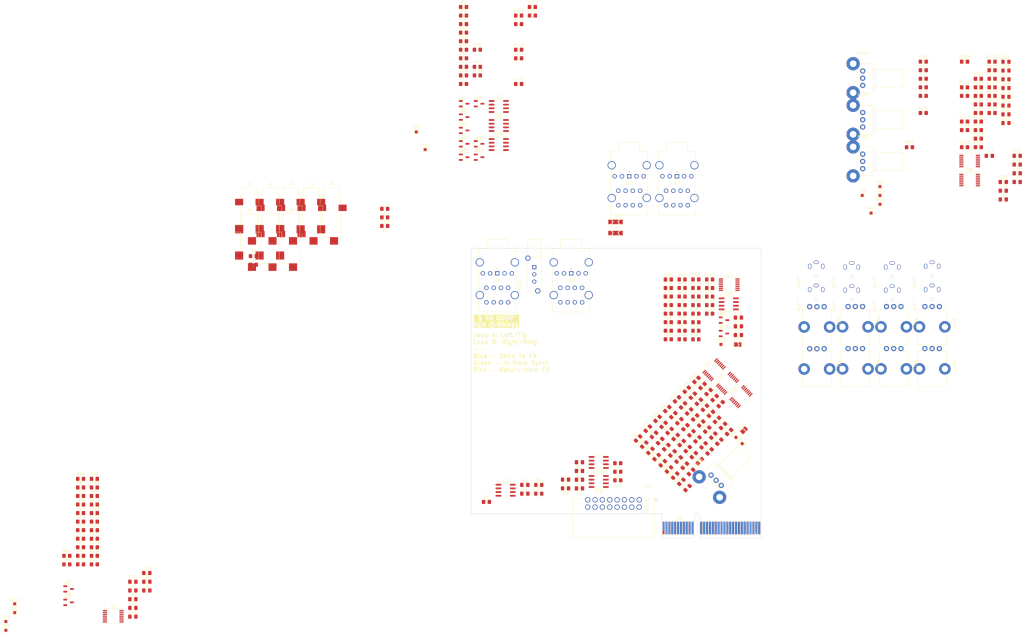
<source format=kicad_pcb>
(kicad_pcb (version 20240108) (generator "pcbnew") (generator_version "8.0")
  (layers (0 "F.Cu" signal) (31 "B.Cu" signal) (34 "B.Paste" user) (35 "F.Paste" user) (36 "B.SilkS" user "B.Silkscreen") (37 "F.SilkS" user "F.Silkscreen") (38 "B.Mask" user) (39 "F.Mask" user) (44 "Edge.Cuts" user))
  (net 0 "")
  (net 1 "/+12v")
  (net 2 "/-12v")
  (net 3 "GND")
  (net 4 "+5V")
  (net 5 "+12V")
  (net 6 "-12V")
  (net 7 "Net-(D4-K)")
  (net 8 "Net-(D4-A)")
  (net 9 "Net-(D5-K)")
  (net 10 "Net-(D6-K)")
  (net 11 "Net-(D7-A)")
  (net 12 "/CON_CV")
  (net 13 "/CON_GATE")
  (net 14 "/+5")
  (net 42 "Net-(J20-PRSNT_A)")
  (net 46 "Net-(Q1-C)")
  (net 47 "Net-(Q1-B)")
  (net 48 "Net-(Q1-E)")
  (net 49 "Net-(Q2-E)")
  (net 50 "Net-(Q3-B)")
  (net 51 "Net-(Q3-C)")
  (net 52 "Net-(Q3-E)")
  (net 53 "Net-(Q4-E)")
  (net 54 "Net-(Q5-E)")
  (net 55 "Net-(Q5-B)")
  (net 56 "Net-(Q5-C)")
  (net 57 "Net-(Q6-E)")
  (net 58 "Net-(Q7-E)")
  (net 59 "Net-(C10-Pad2)")
  (net 60 "/Output Stage/+12v")
  (net 61 "Net-(Q8-E)")
  (net 62 "/Output Stage/-12v")
  (net 63 "Net-(C13-Pad1)")
  (net 64 "Net-(C13-Pad2)")
  (net 65 "Net-(D13-A)")
  (net 66 "/FOLD_2_OUT")
  (net 67 "Net-(R3-Pad1)")
  (net 68 "Net-(R8-Pad1)")
  (net 69 "Net-(D3-K)")
  (net 70 "Net-(D8-K)")
  (net 71 "Net-(D10-A)")
  (net 72 "Net-(D10-K)")
  (net 73 "Net-(D11-K)")
  (net 74 "Net-(U8D-+)")
  (net 75 "Net-(C19-Pad1)")
  (net 76 "Net-(U9A-+)")
  (net 77 "Net-(U9B-+)")
  (net 78 "Net-(J4-PadT)")
  (net 79 "Net-(C22-Pad2)")
  (net 80 "Net-(U4A--)")
  (net 81 "Net-(R30-Pad2)")
  (net 82 "Net-(C22-Pad1)")
  (net 83 "Net-(C23-Pad2)")
  (net 84 "Net-(C24-Pad2)")
  (net 85 "Net-(R40-Pad2)")
  (net 86 "Net-(U4B--)")
  (net 87 "Net-(C25-Pad1)")
  (net 88 "Net-(U4B-+)")
  (net 89 "Net-(U9D-+)")
  (net 90 "Net-(C26-Pad1)")
  (net 92 "Net-(R69-Pad1)")
  (net 93 "Net-(C27-Pad1)")
  (net 94 "/Oscillators/INV_OSC1")
  (net 95 "Net-(U5A--)")
  (net 96 "Net-(C30-Pad2)")
  (net 97 "Net-(U5B--)")
  (net 98 "/Oscillators/INV_OSC2")
  (net 99 "Net-(C32-Pad2)")
  (net 100 "/Oscillators/INV_OSC3")
  (net 101 "Net-(U5C--)")
  (net 102 "Net-(C34-Pad2)")
  (net 103 "/Oscillators/INV_OSC4")
  (net 104 "Net-(U5D--)")
  (net 105 "Net-(U14D-+)")
  (net 106 "Net-(D2-A)")
  (net 107 "Net-(D2-K)")
  (net 108 "Net-(D12-K)")
  (net 109 "Net-(D13-K)")
  (net 110 "/Oscillators/SYNC_IN")
  (net 111 "Net-(D15-K)")
  (net 112 "Net-(D16-A)")
  (net 113 "Net-(D16-K)")
  (net 114 "Net-(D17-K)")
  (net 115 "Net-(D18-K)")
  (net 116 "Net-(D18-A)")
  (net 117 "Net-(D19-K)")
  (net 118 "Net-(D20-K)")
  (net 119 "Net-(D20-A)")
  (net 120 "Net-(D21-K)")
  (net 121 "Net-(D22-A)")
  (net 122 "Net-(D22-K)")
  (net 123 "TO OUTPUT STAGE")
  (net 124 "/Filter Stage/FX_SEND")
  (net 127 "Net-(Q9-E)")
  (net 128 "Net-(Q10-C)")
  (net 129 "Net-(Q10-B)")
  (net 130 "Net-(Q10-E)")
  (net 131 "Net-(Q11-C)")
  (net 132 "Net-(Q11-B)")
  (net 133 "Net-(Q11-E)")
  (net 134 "Net-(Q12-B)")
  (net 135 "Net-(Q12-C)")
  (net 136 "/Oscillators/FOLD_1_CTRL_1")
  (net 137 "/Oscillators/FOLD_1_IN")
  (net 138 "Net-(U6B--)")
  (net 139 "Net-(U10B--)")
  (net 140 "Net-(R16-Pad2)")
  (net 141 "TO FILTER STAGE")
  (net 142 "/Output Stage/VCA_1_CV")
  (net 143 "/Oscillators/INV_TRI1")
  (net 144 "Net-(R35-Pad1)")
  (net 145 "Net-(U5A-+)")
  (net 146 "Net-(R49-Pad2)")
  (net 147 "Net-(R50-Pad1)")
  (net 148 "Net-(U7B--)")
  (net 149 "Net-(R51-Pad1)")
  (net 150 "Net-(R52-Pad1)")
  (net 151 "Net-(U7A-+)")
  (net 152 "Net-(R63-Pad2)")
  (net 153 "Net-(R67-Pad2)")
  (net 154 "/Output Stage/VCA_1_OUT")
  (net 155 "Net-(U7D-+)")
  (net 156 "Net-(U7A--)")
  (net 157 "Net-(U7D--)")
  (net 158 "Net-(U7C--)")
  (net 159 "Net-(R77-Pad1)")
  (net 160 "Net-(R79-Pad2)")
  (net 161 "Net-(U8B--)")
  (net 162 "Net-(U8C--)")
  (net 163 "Net-(U8D--)")
  (net 164 "Net-(U9A--)")
  (net 165 "Net-(U9B--)")
  (net 166 "Net-(R91-Pad2)")
  (net 167 "/Oscillators/WHT_1")
  (net 168 "/Oscillators/WHT_2")
  (net 169 "Net-(U9C-+)")
  (net 170 "Net-(U9C--)")
  (net 171 "Net-(U9D--)")
  (net 172 "Net-(R104-Pad2)")
  (net 173 "Net-(R105-Pad2)")
  (net 174 "/Oscillators/BLUE")
  (net 175 "/Oscillators/PINK")
  (net 176 "Net-(U6A--)")
  (net 177 "/Oscillators/INV_TRI2")
  (net 178 "Net-(U5B-+)")
  (net 179 "Net-(U10A--)")
  (net 180 "Net-(R119-Pad2)")
  (net 181 "/Oscillators/INV_TRI3")
  (net 182 "Net-(U5C-+)")
  (net 183 "/Oscillators/INV_TRI4")
  (net 184 "Net-(U5D-+)")
  (net 185 "Net-(U14C-+)")
  (net 186 "Net-(U14C--)")
  (net 187 "Net-(U14D--)")
  (net 188 "Net-(R142-Pad2)")
  (net 189 "/Output Stage/FX_RETURN_WET")
  (net 190 "Net-(R150-Pad2)")
  (net 191 "/Filter Stage/FX_RETURN_WET")
  (net 192 "Net-(U8A-+)")
  (net 200 "/TRI_1")
  (net 201 "/FOLD_1_IN")
  (net 202 "/TRI_2")
  (net 203 "/FOLD_2_IN")
  (net 205 "/FOLD_1_OUT")
  (net 209 "/SAW1")
  (net 211 "/PWM1")
  (net 212 "/SAW_1")
  (net 213 "/S2T_IN_1")
  (net 214 "/Output Stage/FX_RETURN_B")
  (net 215 "/Filter Stage/FX_RETURN_A")
  (net 216 "Net-(U14B-+)")
  (net 218 "/Filter Stage/OFFBOARD_FX_B")
  (net 220 "/Filter Stage/OFFBOARD_FX_A")
  (net 222 "/Filter Stage/FX_SEND_A")
  (net 225 "/Filter Stage/FX_SEND_B")
  (net 227 "/Filter Stage/FX_RETURN_B")
  (net 228 "Net-(J13-R_B)")
  (net 235 "/Output Stage/OFFBOARD_FX_B")
  (net 236 "/Output Stage/FX_SEND")
  (net 237 "/Output Stage/FX_SEND_B")
  (net 238 "Net-(U14A-+)")
  (net 239 "Net-(U14A--)")
  (net 240 "Net-(U14B--)")
  (net 241 "/Oscillators/DEFAULT_TRI_A")
  (net 246 "/Oscillators/FOLD_2_IN")
  (net 249 "/Oscillators/DEFAULT_TRI_B")
  (net 250 "/Oscillators/FOLD_2_OUT")
  (footprint "Resistor_SMD:R_0805_2012Metric_Pad1.20x1.40mm_HandSolder" (layer "F.Cu") (at 182.105 79.2)
    (property "Reference" "R139")
    (property "Value" "1M")
  )
  (footprint "Resistor_SMD:R_0805_2012Metric_Pad1.20x1.40mm_HandSolder" (layer "F.Cu") (at -30.145 148)
    (property "Reference" "R90")
    (property "Value" "100k")
  )
  (footprint "Package_TO_SOT_SMD:SOT-23-3" (layer "F.Cu") (at 102.1625 6.775)
    (property "Reference" "Q1")
    (property "Value" "BC558")
  )
  (footprint "Resistor_SMD:R_0805_2012Metric_Pad1.20x1.40mm_HandSolder" (layer "F.Cu") (at 106.7125 -5.94)
    (property "Reference" "R47")
    (property "Value" "20k")
  )
  (footprint "Capacitor_SMD:C_0805_2012Metric_Pad1.18x1.45mm_HandSolder" (layer "F.Cu") (at 169.779772 123.144763 45)
    (property "Reference" "C15")
    (property "Value" "1nF")
  )
  (footprint "Capacitor_SMD:C_0805_2012Metric_Pad1.18x1.45mm_HandSolder" (layer "F.Cu") (at 283.335 24.755)
    (property "Reference" "C10")
    (property "Value" "10uf")
  )
  (footprint "Resistor_SMD:R_0805_2012Metric_Pad1.20x1.40mm_HandSolder" (layer "F.Cu") (at 182.105 85.1)
    (property "Reference" "R141")
    (property "Value" "150k")
  )
  (footprint "Resistor_SMD:R_0805_2012Metric_Pad1.20x1.40mm_HandSolder" (layer "F.Cu") (at -25.395 136.2)
    (property "Reference" "R97")
    (property "Value" "470k")
  )
  (footprint "Resistor_SMD:R_0805_2012Metric_Pad1.20x1.40mm_HandSolder" (layer "F.Cu") (at 186.855 79.2)
    (property "Reference" "RV23")
    (property "Value" "100k")
  )
  (footprint "Resistor_SMD:R_0805_2012Metric_Pad1.20x1.40mm_HandSolder" (layer "F.Cu") (at 120.9625 -0.04)
    (property "Reference" "R117")
    (property "Value" "10k")
  )
  (footprint "Resistor_SMD:R_0805_2012Metric_Pad1.20x1.40mm_HandSolder" (layer "F.Cu") (at 182.105 73.3)
    (property "Reference" "R137")
    (property "Value" "1k")
  )
  (footprint "Resistor_SMD:R_0805_2012Metric_Pad1.20x1.40mm_HandSolder" (layer "F.Cu") (at 193.559773 120.01228 45)
    (property "Reference" "RV13")
    (property "Value" "100k")
  )
  (footprint "Resistor_SMD:R_0805_2012Metric_Pad1.20x1.40mm_HandSolder" (layer "F.Cu") (at 74.7675 45.995001 180)
    (property "Reference" "RV1")
    (property "Value" "10k")
  )
  (footprint "Resistor_SMD:R_0805_2012Metric_Pad1.20x1.40mm_HandSolder" (layer "F.Cu") (at 279.555 12.925)
    (property "Reference" "R126")
    (property "Value" "10k")
  )
  (footprint "Resistor_SMD:R_0805_2012Metric_Pad1.20x1.40mm_HandSolder" (layer "F.Cu") (at 178.498398 118.385934 45)
    (property "Reference" "R72")
    (property "Value" "33k")
  )
  (footprint "Resistor_SMD:R_0805_2012Metric_Pad1.20x1.40mm_HandSolder" (layer "F.Cu") (at 182.105 70.35)
    (property "Reference" "R136")
    (property "Value" "20k")
  )
  (footprint "Package_SO:SOIC-8_3.9x4.9mm_P1.27mm" (layer "F.Cu") (at 148.58 137.105 180)
    (property "Reference" "U12")
    (property "Value" "TL072")
  )
  (footprint "AT-Footprints:STX-4335-5BGP-S1_KYC" (layer "F.Cu") (at 139.105 65.3)
    (property "Reference" "J13")
    (property "Value" "NOISE")
  )
  (footprint "Resistor_SMD:R_0805_2012Metric_Pad1.20x1.40mm_HandSolder" (layer "F.Cu") (at -30.145 156.85)
    (property "Reference" "R93")
    (property "Value" "1k")
  )
  (footprint "Resistor_SMD:R_0805_2012Metric_Pad1.20x1.40mm_HandSolder" (layer "F.Cu") (at 279.555 21.775)
    (property "Reference" "R129")
    (property "Value" "1k")
  )
  (footprint "TestPoint:TestPoint_Pad_1.0x1.0mm" (layer "F.Cu") (at -52.895 179.3)
    (property "Reference" "TP10")
    (property "Value" "BLUE")
  )
  (footprint "Resistor_SMD:R_0805_2012Metric_Pad1.20x1.40mm_HandSolder" (layer "F.Cu") (at 74.7675 43.045001 180)
    (property "Reference" "RV2")
    (property "Value" "10k")
  )
  (footprint "Resistor_SMD:R_0805_2012Metric_Pad1.20x1.40mm_HandSolder" (layer "F.Cu") (at 190.201016 123.371037 45)
    (property "Reference" "R144")
    (property "Value" "20k")
  )
  (footprint "Resistor_SMD:R_0805_2012Metric_Pad1.20x1.40mm_HandSolder" (layer "F.Cu") (at 182.316775 102.051768 45)
    (property "Reference" "RV14")
    (property "Value" "100k")
  )
  (footprint "Package_SO:SOIC-8_3.9x4.9mm_P1.27mm" (layer "F.Cu") (at 114.1125 20.87)
    (property "Reference" "U10")
    (property "Value" "TL072")
  )
  (footprint "TestPoint:TestPoint_Pad_1.0x1.0mm" (layer "F.Cu") (at 195.92858 121.886113 45)
    (property "Reference" "TP6")
    (property "Value" "VCF IN")
  )
  (footprint "TestPoint:TestPoint_Pad_1.0x1.0mm" (layer "F.Cu") (at 190.755 89.81)
    (property "Reference" "TP17")
    (property "Value" "VCA IN")
  )
  (footprint "Resistor_SMD:R_0805_2012Metric_Pad1.20x1.40mm_HandSolder" (layer "F.Cu") (at -25.395 145.05)
    (property "Reference" "R100")
    (property "Value" "20k")
  )
  (footprint "AT-Footprints:STX-4335-5BGP-S1_KYC" (layer "F.Cu") (at 175.5725 31.800032)
    (property "Reference" "J11")
    (property "Value" "WAVE B")
  )
  (footprint "Resistor_SMD:R_0805_2012Metric_Pad1.20x1.40mm_HandSolder" (layer "F.Cu") (at 106.7125 -2.99)
    (property "Reference" "R48")
    (property "Value" "20k")
  )
  (footprint "Resistor_SMD:R_0805_2012Metric_Pad1.20x1.40mm_HandSolder" (layer "F.Cu") (at 186.855 67.4)
    (property "Reference" "R143")
    (property "Value" "1k")
  )
  (footprint "Diode_SMD:D_0805_2012Metric_Pad1.15x1.40mm_HandSolder" (layer "F.Cu") (at 177.098327 137.216188 45)
    (property "Reference" "D13")
    (property "Value" "1N4148W")
  )
  (footprint "Resistor_SMD:R_0805_2012Metric_Pad1.20x1.40mm_HandSolder" (layer "F.Cu") (at 186.029086 119.199107 45)
    (property "Reference" "R82")
    (property "Value" "100k")
  )
  (footprint "Package_SO:SOIC-8_3.9x4.9mm_P1.27mm" (layer "F.Cu") (at 193.455 75.83)
    (property "Reference" "U3")
    (property "Value" "TL072")
  )
  (footprint "Resistor_SMD:R_0805_2012Metric_Pad1.20x1.40mm_HandSolder" (layer "F.Cu") (at 184.40274 104.137733 45)
    (property "Reference" "RV15")
    (property "Value" "100k")
  )
  (footprint "Resistor_SMD:R_0805_2012Metric_Pad1.20x1.40mm_HandSolder" (layer "F.Cu") (at -25.395 156.85)
    (property "Reference" "R104")
    (property "Value" "33k")
  )
  (footprint "TestPoint:TestPoint_Pad_1.0x1.0mm" (layer "F.Cu") (at 242.555 44.525)
    (property "Reference" "TP13")
    (property "Value" "SYNC2")
  )
  (footprint "Capacitor_SMD:C_0805_2012Metric_Pad1.18x1.45mm_HandSolder" (layer "F.Cu") (at -7.305 174.7)
    (property "Reference" "C27")
    (property "Value" "5.6nF")
  )
  (footprint "Resistor_SMD:R_0805_2012Metric_Pad1.20x1.40mm_HandSolder" (layer "F.Cu") (at -34.895 165.7)
    (property "Reference" "R85")
    (property "Value" "100k")
  )
  (footprint "Resistor_SMD:R_0805_2012Metric_Pad1.20x1.40mm_HandSolder" (layer "F.Cu") (at 181.397536 128.002587 45)
    (property "Reference" "R55")
    (property "Value" "14k")
  )
  (footprint "Resistor_SMD:R_0805_2012Metric_Pad1.20x1.40mm_HandSolder" (layer "F.Cu") (at -30.145 165.7)
    (property "Reference" "R96")
    (property "Value" "1M")
  )
  (footprint "Jumper:SolderJumper-2_P1.3mm_Open_TrianglePad1.0x1.5mm" (layer "F.Cu") (at 196.555 89.86)
    (property "Reference" "JP1")
    (property "Value" "NOFX")
  )
  (footprint "Resistor_SMD:R_0805_2012Metric_Pad1.20x1.40mm_HandSolder" (layer "F.Cu") (at 172.605 82.15)
    (property "Reference" "R58")
    (property "Value" "100R")
  )
  (footprint "LED_SMD:LED_0805_2012Metric_Pad1.15x1.40mm_HandSolder" (layer "F.Cu") (at 289.09 7.41)
    (property "Reference" "D20")
    (property "Value" "OSC")
  )
  (footprint "Resistor_SMD:R_0805_2012Metric_Pad1.20x1.40mm_HandSolder" (layer "F.Cu") (at 189.387843 115.84035 45)
    (property "Reference" "R150")
    (property "Value" "10k")
  )
  (footprint "Jumper:SolderJumper-3_P2.0mm_Open_TrianglePad1.0x1.5mm" (layer "F.Cu") (at 154.3914 51.400598)
    (property "Reference" "JP4")
    (property "Value" "Default Triangle B")
  )
  (footprint "Resistor_SMD:R_0805_2012Metric_Pad1.20x1.40mm_HandSolder" (layer "F.Cu") (at -25.395 159.8)
    (property "Reference" "R105")
    (property "Value" "100k")
  )
  (footprint "Resistor_SMD:R_0805_2012Metric_Pad1.20x1.40mm_HandSolder" (layer "F.Cu") (at 274.805 1.125)
    (property "Reference" "R111")
    (property "Value" "1k")
  )
  (footprint "Resistor_SMD:R_0805_2012Metric_Pad1.20x1.40mm_HandSolder" (layer "F.Cu") (at 274.805 -7.725)
    (property "Reference" "R108")
    (property "Value" "1k")
  )
  (footprint "Resistor_SMD:R_0805_2012Metric_Pad1.20x1.40mm_HandSolder" (layer "F.Cu") (at 109.8675 144.149999)
    (property "Reference" "R4")
    (property "Value" "150")
  )
  (footprint "Capacitor_SMD:C_0805_2012Metric_Pad1.18x1.45mm_HandSolder" (layer "F.Cu") (at 123.0975 138.279999)
    (property "Reference" "C1")
    (property "Value" "100nF")
  )
  (footprint "Diode_SMD:D_0805_2012Metric_Pad1.15x1.40mm_HandSolder" (layer "F.Cu") (at 170.691939 130.809801 45)
    (property "Reference" "D10")
    (property "Value" "1N4148W")
  )
  (footprint "Jumper:SolderJumper-2_P1.3mm_Open_TrianglePad1.0x1.5mm" (layer "F.Cu") (at 198.721652 119.446595 45)
    (property "Reference" "JP2")
    (property "Value" "NOFX")
  )
  (footprint "Resistor_SMD:R_0805_2012Metric_Pad1.20x1.40mm_HandSolder" (layer "F.Cu") (at 279.555 -1.825)
    (property "Reference" "R121")
    (property "Value" "1M")
  )
  (footprint "Resistor_SMD:R_0805_2012Metric_Pad1.20x1.40mm_HandSolder" (layer "F.Cu") (at 190.660635 110.395628 45)
    (property "Reference" "RV24")
    (property "Value" "100k")
  )
  (footprint "Connector_Audio:Jack_3.5mm_CUI_SJ-3524-SMT_Horizontal" (layer "F.Cu") (at 42.38 44.299999)
    (property "Reference" "J3")
    (property "Value" "Laundry")
  )
  (footprint "Potentiometer_THT:Potentiometer_Bourns_PTV09A-1_Single_Vertical" (layer "F.Cu") (at 221.3625 76.8 -90)
    (property "Reference" "REF**")
    (property "Value" "Potentiometer_Bourns_PTV09A-1_Single_Vertical")
  )
  (footprint "Resistor_SMD:R_0805_2012Metric_Pad1.20x1.40mm_HandSolder" (layer "F.Cu") (at 177.355 85.1)
    (property "Reference" "R67")
    (property "Value" "100k")
  )
  (footprint "Resistor_SMD:R_0805_2012Metric_Pad1.20x1.40mm_HandSolder" (layer "F.Cu") (at 125.7125 -26.59)
    (property "Reference" "R119")
    (property "Value" "200k")
  )
  (footprint "Capacitor_SMD:C_0805_2012Metric_Pad1.18x1.45mm_HandSolder" (layer "F.Cu") (at 141.95 130.465 180)
    (property "Reference" "C6")
    (property "Value" "100nF")
  )
  (footprint "Resistor_SMD:R_0805_2012Metric_Pad1.20x1.40mm_HandSolder" (layer "F.Cu") (at 172.605 67.4)
    (property "Reference" "R30")
    (property "Value" "20k")
  )
  (footprint "Resistor_SMD:R_0805_2012Metric_Pad1.20x1.40mm_HandSolder" (layer "F.Cu") (at 172.605 79.2)
    (property "Reference" "R40")
    (property "Value" "82k")
  )
  (footprint "Resistor_SMD:R_0805_2012Metric_Pad1.20x1.40mm_HandSolder" (layer "F.Cu") (at 260.555 -7.725)
    (property "Reference" "R34")
    (property "Value" "1k")
  )
  (footprint "Resistor_SMD:R_0805_2012Metric_Pad1.20x1.40mm_HandSolder" (layer "F.Cu") (at 177.355 76.25)
    (property "Reference" "R64")
    (property "Value" "10k")
  )
  (footprint "Diode_SMD:D_0805_2012Metric_Pad1.15x1.40mm_HandSolder" (layer "F.Cu") (at 172.827402 132.945263 45)
    (property "Reference" "D11")
    (property "Value" "1N4148W")
  )
  (footprint "Capacitor_SMD:C_0805_2012Metric_Pad1.18x1.45mm_HandSolder" (layer "F.Cu") (at 196.785 86.58)
    (property "Reference" "C36")
    (property "Value" "10uF")
  )
  (footprint "Package_TO_SOT_SMD:SOT-23-3" (layer "F.Cu") (at -34.295 178.795)
    (property "Reference" "Q8")
    (property "Value" "BC548")
  )
  (footprint "Resistor_SMD:R_0805_2012Metric_Pad1.20x1.40mm_HandSolder" (layer "F.Cu") (at 177.355 70.35)
    (property "Reference" "R62")
    (property "Value" "100R")
  )
  (footprint "Resistor_SMD:R_0805_2012Metric_Pad1.20x1.40mm_HandSolder" (layer "F.Cu") (at 177.685225 110.855247 45)
    (property "Reference" "R78")
    (property "Value" "100k")
  )
  (footprint "Diode_SMD:D_0805_2012Metric_Pad1.15x1.40mm_HandSolder" (layer "F.Cu") (at 164.285552 124.403413 45)
    (property "Reference" "D3")
    (property "Value" "1N4148W")
  )
  (footprint "Resistor_SMD:R_0805_2012Metric_Pad1.20x1.40mm_HandSolder" (layer "F.Cu") (at 101.9625 -26.59)
    (property "Reference" "R2")
    (property "Value" "51k")
  )
  (footprint "Resistor_SMD:R_0805_2012Metric_Pad1.20x1.40mm_HandSolder" (layer "F.Cu") (at 260.555 -1.825)
    (property "Reference" "R41")
    (property "Value" "100k")
  )
  (footprint "Capacitor_SMD:C_0805_2012Metric_Pad1.18x1.45mm_HandSolder" (layer "F.Cu") (at 292.955 33.785)
    (property "Reference" "C35")
    (property "Value" "100nf")
  )
  (footprint "Resistor_SMD:R_0805_2012Metric_Pad1.20x1.40mm_HandSolder" (layer "F.Cu") (at 185.215913 111.66842 45)
    (property "Reference" "R148")
    (property "Value" "470R")
  )
  (footprint "Potentiometer_THT:Potentiometer_Bourns_PTV09A-1_Single_Vertical" (layer "F.Cu") (at 234.6125 91.25 -90)
    (property "Reference" "REF**")
    (property "Value" "Potentiometer_Bourns_PTV09A-1_Single_Vertical")
  )
  (footprint "Resistor_SMD:R_0805_2012Metric_Pad1.20x1.40mm_HandSolder" (layer "F.Cu") (at 29.455 62.299999)
    (property "Reference" "R3")
    (property "Value" "1k")
  )
  (footprint "Capacitor_SMD:C_0805_2012Metric_Pad1.18x1.45mm_HandSolder" (layer "F.Cu") (at -7.305 168.68)
    (property "Reference" "C25")
    (property "Value" "680pF")
  )
  (footprint "Resistor_SMD:R_0805_2012Metric_Pad1.20x1.40mm_HandSolder" (layer "F.Cu") (at 182.105 88.05)
    (property "Reference" "R142")
    (property "Value" "10k")
  )
  (footprint "TestPoint:TestPoint_Pad_1.0x1.0mm" (layer "F.Cu") (at -52.895 182.35)
    (property "Reference" "TP11")
    (property "Value" "PINK")
  )
  (footprint "Resistor_SMD:R_0805_2012Metric_Pad1.20x1.40mm_HandSolder" (layer "F.Cu") (at -25.395 142.1)
    (property "Reference" "R99")
    (property "Value" "47k")
  )
  (footprint "Resistor_SMD:R_0805_2012Metric_Pad1.20x1.40mm_HandSolder" (layer "F.Cu") (at 170.967711 117.572762 45)
    (property "Reference" "R50")
    (property "Value" "100k")
  )
  (footprint "Resistor_SMD:R_0805_2012Metric_Pad1.20x1.40mm_HandSolder" (layer "F.Cu") (at 173.053676 119.658727 45)
    (property "Reference" "R51")
    (property "Value" "68k")
  )
  (footprint "AT-Footprints:SJ3" (layer "F.Cu") (at 263.6125 74.1875 90)
    (property "Reference" "REF**")
    (property "Value" "SJ3")
    (fp_circle (center 0 0) (end 0.6 0) (stroke (width 0.1)) (fill none) (layer "Edge.Cuts"))
  )
  (footprint "TestPoint:TestPoint_Pad_1.0x1.0mm" (layer "F.Cu") (at 245.605 35.375)
    (property "Reference" "TP14")
    (property "Value" "SYNC3")
  )
  (footprint "TestPoint:TestPoint_Pad_1.0x1.0mm" (layer "F.Cu") (at 198.085256 124.042789 45)
    (property "Reference" "TP7")
    (property "Value" "FILTER")
  )
  (footprint "Resistor_SMD:R_0805_2012Metric_Pad1.20x1.40mm_HandSolder" (layer "F.Cu") (at 284.305 1.125)
    (property "Reference" "R133")
    (property "Value" "10k")
  )
  (footprint "Resistor_SMD:R_0805_2012Metric_Pad1.20x1.40mm_HandSolder" (layer "F.Cu") (at 260.555 -4.775)
    (property "Reference" "R37")
    (property "Value" "1k")
  )
  (footprint "Potentiometer_THT:Potentiometer_Bourns_PTV09A-1_Single_Vertical" (layer "F.Cu") (at 221.3625 91.3 -90)
    (property "Reference" "REF**")
    (property "Value" "Potentiometer_Bourns_PTV09A-1_Single_Vertical")
  )
  (footprint "Resistor_SMD:R_0805_2012Metric_Pad1.20x1.40mm_HandSolder" (layer "F.Cu") (at 274.805 4.075)
    (property "Reference" "R112")
    (property "Value" "1k")
  )
  (footprint "Resistor_SMD:R_0805_2012Metric_Pad1.20x1.40mm_HandSolder" (layer "F.Cu") (at 101.9625 -17.74)
    (property "Reference" "R11")
    (property "Value" "10k")
  )
  (footprint "Resistor_SMD:R_0805_2012Metric_Pad1.20x1.40mm_HandSolder" (layer "F.Cu") (at 172.240503 112.128039 45)
    (property "Reference" "R57")
    (property "Value" "27k")
  )
  (footprint "Connector_Audio:Jack_3.5mm_CUI_SJ-3524-SMT_Horizontal" (layer "F.Cu") (at 42.380001 53.349999)
    (property "Reference" "J8")
    (property "Value" "Triange Gen")
  )
  (footprint "Capacitor_SMD:C_0805_2012Metric_Pad1.18x1.45mm_HandSolder" (layer "F.Cu") (at 123.0975 141.289999)
    (property "Reference" "C2")
    (property "Value" "100nF")
  )
  (footprint "TestPoint:TestPoint_Pad_1.0x1.0mm" (layer "F.Cu") (at -55.945 185.4)
    (property "Reference" "TP8")
    (property "Value" "WHT1")
  )
  (footprint "Resistor_SMD:R_0805_2012Metric_Pad1.20x1.40mm_HandSolder" (layer "F.Cu") (at 180.584363 120.471899 45)
    (property "Reference" "R73")
    (property "Value" "33k")
  )
  (footprint "Package_SO:SOIC-8_3.9x4.9mm_P1.27mm" (layer "F.Cu") (at 114.1125 7.73)
    (property "Reference" "U2")
    (property "Value" "TL072")
  )
  (footprint "Package_SO:TSSOP-14_4.4x5mm_P0.65mm" (layer "F.Cu") (at 276.555 33.105)
    (property "Reference" "U5")
    (property "Value" "TL074")
  )
  (footprint "Resistor_SMD:R_0805_2012Metric_Pad1.20x1.40mm_HandSolder" (layer "F.Cu") (at 284.305 -1.825)
    (property "Reference" "R132")
    (property "Value" "100k")
  )
  (footprint "Connector_Audio:Jack_3.5mm_CUI_SJ-3524-SMT_Horizontal" (layer "F.Cu") (at 28.23 44.299999)
    (property "Reference" "J1")
    (property "Value" "Folder")
  )
  (footprint "Resistor_SMD:R_0805_2012Metric_Pad1.20x1.40mm_HandSolder" (layer "F.Cu") (at 191.473808 117.926315 45)
    (property "Reference" "R151")
    (property "Value" "1k")
  )
  (footprint "Resistor_SMD:R_0805_2012Metric_Pad1.20x1.40mm_HandSolder" (layer "F.Cu") (at 175.59926 108.769282 45)
    (property "Reference" "R77")
    (property "Value" "2k")
  )
  (footprint "Resistor_SMD:R_0805_2012Metric_Pad1.20x1.40mm_HandSolder" (layer "F.Cu") (at 106.7125 -11.84)
    (property "Reference" "R45")
    (property "Value" "51k")
  )
  (footprint "Potentiometer_THT:Potentiometer_Bourns_PTV09A-2_Single_Horizontal" (layer "F.Cu") (at 239.655 14.825)
    (property "Reference" "RV20")
    (property "Value" "250k")
  )
  (footprint "Resistor_SMD:R_0805_2012Metric_Pad1.20x1.40mm_HandSolder" (layer "F.Cu") (at 284.305 4.075)
    (property "Reference" "R134")
    (property "Value" "2k")
  )
  (footprint "Resistor_SMD:R_0805_2012Metric_Pad1.20x1.40mm_HandSolder" (layer "F.Cu") (at 260.555 4.075)
    (property "Reference" "R44")
    (property "Value" "2k")
  )
  (footprint "AT-Footprints:SJ3" (layer "F.Cu") (at 235.8625 66.4375 90)
    (property "Reference" "REF**")
    (property "Value" "SJ3")
    (fp_circle (center 0 0) (end 0.6 0) (stroke (width 0.1)) (fill none) (layer "Edge.Cuts"))
  )
  (footprint "Resistor_SMD:R_0805_2012Metric_Pad1.20x1.40mm_HandSolder" (layer "F.Cu") (at 101.9625 -2.99)
    (property "Reference" "R16")
    (property "Value" "200k")
  )
  (footprint "Jumper:SolderJumper-3_P2.0mm_Open_TrianglePad1.0x1.5mm" (layer "F.Cu") (at 154.3914 47.555598)
    (property "Reference" "JP3")
    (property "Value" "Default Triangle A")
  )
  (footprint "LED_SMD:LED_0805_2012Metric_Pad1.15x1.40mm_HandSolder" (layer "F.Cu") (at 137.135 139.47 180)
    (property "Reference" "D6")
    (property "Value" "12V OK")
  )
  (footprint "Resistor_SMD:R_0805_2012Metric_Pad1.20x1.40mm_HandSolder" (layer "F.Cu") (at 174.326468 114.214004 45)
    (property "Reference" "R70")
    (property "Value" "33k")
  )
  (footprint "Capacitor_SMD:C_0805_2012Metric_Pad1.18x1.45mm_HandSolder" (layer "F.Cu") (at 165.522989 118.88798 45)
    (property "Reference" "C13")
    (property "Value" "1uF")
  )
  (footprint "Diode_SMD:D_0805_2012Metric_Pad1.15x1.40mm_HandSolder" (layer "F.Cu") (at 166.421014 126.538876 45)
    (property "Reference" "D8")
    (property "Value" "1N4148W")
  )
  (footprint "Resistor_SMD:R_0805_2012Metric_Pad1.20x1.40mm_HandSolder" (layer "F.Cu") (at -30.145 162.75)
    (property "Reference" "R95")
    (property "Value" "4k7")
  )
  (footprint "Resistor_SMD:R_0805_2012Metric_Pad1.20x1.40mm_HandSolder" (layer "F.Cu") (at 183.94312 117.113142 45)
    (property "Reference" "R81")
    (property "Value" "33k")
  )
  (footprint "Capacitor_SMD:C_0805_2012Metric_Pad1.18x1.45mm_HandSolder" (layer "F.Cu") (at 176.164946 129.529937 45)
    (property "Reference" "C18")
    (property "Value" "1nF")
  )
  (footprint "Package_SO:TSSOP-14_4.4x5mm_P0.65mm" (layer "F.Cu") (at -18.895 183.595)
    (property "Reference" "U9")
    (property "Value" "TL074")
  )
  (footprint "Package_SO:SOIC-8_3.9x4.9mm_P1.27mm" (layer "F.Cu") (at 148.58 130.535 180)
    (property "Reference" "U13")
    (property "Value" "TL072")
  )
  (footprint "Capacitor_SMD:C_0805_2012Metric_Pad1.18x1.45mm_HandSolder" (layer "F.Cu") (at -12.115 183.73)
    (property "Reference" "C24")
    (property "Value" "680p")
  )
  (footprint "Capacitor_SMD:C_0805_2012Metric_Pad1.18x1.45mm_HandSolder" (layer "F.Cu") (at 288.145 33.785)
    (property "Reference" "C29")
    (property "Value" "100nf")
  )
  (footprint "Diode_SMD:D_0805_2012Metric_Pad1.15x1.40mm_HandSolder" (layer "F.Cu") (at 162.15009 122.267951 45)
    (property "Reference" "D2")
    (property "Value" "1N4148W")
  )
  (footprint "Resistor_SMD:R_0805_2012Metric_Pad1.20x1.40mm_HandSolder" (layer "F.Cu") (at 186.842258 126.729794 45)
    (property "Reference" "R76")
    (property "Value" "33k")
  )
  (footprint "Package_TO_SOT_SMD:SOT-23-3" (layer "F.Cu") (at 191.805 81.445)
    (property "Reference" "Q11")
    (property "Value" "BC548")
  )
  (footprint "Resistor_SMD:R_0805_2012Metric_Pad1.20x1.40mm_HandSolder" (layer "F.Cu") (at 184.756293 124.643829 45)
    (property "Reference" "R75")
    (property "Value" "33k")
  )
  (footprint "Capacitor_SMD:C_0805_2012Metric_Pad1.18x1.45mm_HandSolder" (layer "F.Cu") (at -7.305 171.69)
    (property "Reference" "C26")
    (property "Value" "2.2nF")
  )
  (footprint "AT-Footprints:SJ3" (layer "F.Cu") (at 249.8625 74.4375 90)
    (property "Reference" "REF**")
    (property "Value" "SJ3")
    (fp_circle (center 0 0) (end 0.6 0) (stroke (width 0.1)) (fill none) (layer "Edge.Cuts"))
  )
  (footprint "Resistor_SMD:R_0805_2012Metric_Pad1.20x1.40mm_HandSolder" (layer "F.Cu") (at 179.77119 112.941212 45)
    (property "Reference" "R79")
    (property "Value" "1k")
  )
  (footprint "Connector_Audio:Jack_3.5mm_CUI_SJ-3524-SMT_Horizontal" (layer "F.Cu") (at 28.23 53.349999)
    (property "Reference" "J6")
    (property "Value" "Saw")
  )
  (footprint "Resistor_SMD:R_0805_2012Metric_Pad1.20x1.40mm_HandSolder" (layer "F.Cu") (at -25.395 165.7)
    (property "Reference" "R107")
    (property "Value" "1k")
  )
  (footprint "Diode_SMD:D_0805_2012Metric_Pad1.15x1.40mm_HandSolder" (layer "F.Cu") (at 289.09 -7.69)
    (property "Reference" "D15")
    (property "Value" "1N4001")
  )
  (footprint "TestPoint:TestPoint_Pad_1.0x1.0mm" (layer "F.Cu") (at 85.6625 16.51)
    (property "Reference" "TP1")
    (property "Value" "TRI")
  )
  (footprint "AT-Footprints:STX-4335-5BGP-S1_KYC" (layer "F.Cu") (at 113.6125 65.3)
    (property "Reference" "J9")
    (property "Value" "FX LOOP")
  )
  (footprint "Resistor_SMD:R_0805_2012Metric_Pad1.20x1.40mm_HandSolder" (layer "F.Cu") (at 279.555 9.975)
    (property "Reference" "R125")
    (property "Value" "100k")
  )
  (footprint "Capacitor_SMD:C_0805_2012Metric_Pad1.18x1.45mm_HandSolder" (layer "F.Cu") (at 141.95 139.495 180)
    (property "Reference" "C3")
    (property "Value" "100nF")
  )
  (footprint "Resistor_SMD:R_0805_2012Metric_Pad1.20x1.40mm_HandSolder" (layer "F.Cu") (at 279.555 7.025)
    (property "Reference" "R124")
    (property "Value" "1k")
  )
  (footprint "Resistor_SMD:R_0805_2012Metric_Pad1.20x1.40mm_HandSolder" (layer "F.Cu") (at 155.18 133.745001 180)
    (property "Reference" "R6")
    (property "Value" "500")
  )
  (footprint "Resistor_SMD:R_0805_2012Metric_Pad1.20x1.40mm_HandSolder" (layer "F.Cu") (at 101.9625 -20.69)
    (property "Reference" "R10")
    (property "Value" "20k")
  )
  (footprint "Potentiometer_THT:Potentiometer_Bourns_PTV09A-1_Single_Vertical" (layer "F.Cu") (at 261.1125 76.75 -90)
    (property "Reference" "REF**")
    (property "Value" "Potentiometer_Bourns_PTV09A-1_Single_Vertical")
  )
  (footprint "Resistor_SMD:R_0805_2012Metric_Pad1.20x1.40mm_HandSolder" (layer "F.Cu") (at 101.9625 -14.79)
    (property "Reference" "R12")
    (property "Value" "20k")
  )
  (footprint "Resistor_SMD:R_0805_2012Metric_Pad1.20x1.40mm_HandSolder" (layer "F.Cu") (at 284.305 7.025)
    (property "Reference" "R135")
    (property "Value" "1M")
  )
  (footprint "Resistor_SMD:R_0805_2012Metric_Pad1.20x1.40mm_HandSolder" (layer "F.Cu") (at -30.145 136.2)
    (property "Reference" "R86")
    (property "Value" "100k")
  )
  (footprint "Resistor_SMD:R_0805_2012Metric_Pad1.20x1.40mm_HandSolder" (layer "F.Cu") (at 182.670328 122.557864 45)
    (property "Reference" "R74")
    (property "Value" "33k")
  )
  (footprint "Resistor_SMD:R_0805_2012Metric_Pad1.20x1.40mm_HandSolder" (layer "F.Cu") (at 101.9625 -11.84)
    (property "Reference" "R13")
    (property "Value" "20k")
  )
  (footprint "TestPoint:TestPoint_Pad_1.0x1.0mm" (layer "F.Cu") (at -55.945 188.45)
    (property "Reference" "TP9")
    (property "Value" "WHT2")
  )
  (footprint "Resistor_SMD:R_0805_2012Metric_Pad1.20x1.40mm_HandSolder" (layer "F.Cu") (at 176.412433 116.299969 45)
    (property "Reference" "R71")
    (property "Value" "33k")
  )
  (footprint "Connector_Audio:Jack_3.5mm_CUI_SJ-3524-SMT_Horizontal" (layer "F.Cu") (at 35.305 44.3)
    (property "Reference" "J2")
    (property "Value" "Fold")
  )
  (footprint "Capacitor_SMD:C_0805_2012Metric_Pad1.18x1.45mm_HandSolder" (layer "F.Cu") (at 196.785 83.57)
    (property "Reference" "C12")
    (property "Value" "100nF")
  )
  (footprint "Resistor_SMD:R_0805_2012Metric_Pad1.20x1.40mm_HandSolder" (layer "F.Cu") (at 274.805 21.775)
    (property "Reference" "R118")
    (property "Value" "2k")
  )
  (footprint "Capacitor_SMD:C_0805_2012Metric_Pad1.18x1.45mm_HandSolder" (layer "F.Cu") (at 292.955 27.765)
    (property "Reference" "C33")
    (property "Value" "100nf")
  )
  (footprint "AT-Footprints:STX-4335-5BGP-S1_KYC" (layer "F.Cu") (at 159.1151 31.800032)
    (property "Reference" "J10")
    (property "Value" "WAVE A")
  )
  (footprint "Capacitor_SMD:C_0805_2012Metric_Pad1.18x1.45mm_HandSolder" (layer "F.Cu") (at 292.955 24.755)
    (property "Reference" "C32")
    (property "Value" "1uf")
  )
  (footprint "Resistor_SMD:R_0805_2012Metric_Pad1.20x1.40mm_HandSolder" (layer "F.Cu") (at -25.395 153.9)
    (property "Reference" "R103")
    (property "Value" "22k")
  )
  (footprint "Capacitor_SMD:C_0805_2012Metric_Pad1.18x1.45mm_HandSolder" (layer "F.Cu") (at 141.95 136.485 180)
    (property "Reference" "C4")
    (property "Value" "100nF")
  )
  (footprint "Resistor_SMD:R_0805_2012Metric_Pad1.20x1.40mm_HandSolder" (layer "F.Cu") (at 255.805 21.775)
    (property "Reference" "R31")
    (property "Value" "1k")
  )
  (footprint "Resistor_SMD:R_0805_2012Metric_Pad1.20x1.40mm_HandSolder" (layer "F.Cu") (at 177.355 79.2)
    (property "Reference" "R65")
    (property "Value" "10k")
  )
  (footprint "Resistor_SMD:R_0805_2012Metric_Pad1.20x1.40mm_HandSolder" (layer "F.Cu") (at 183.483501 130.088552 45)
    (property "Reference" "R56")
    (property "Value" "100k")
  )
  (footprint "Resistor_SMD:R_0805_2012Metric_Pad1.20x1.40mm_HandSolder" (layer "F.Cu") (at 279.555 1.125)
    (property "Reference" "R122")
    (property "Value" "1k")
  )
  (footprint "Diode_SMD:D_0805_2012Metric_Pad1.15x1.40mm_HandSolder" (layer "F.Cu") (at 289.09 4.39)
    (property "Reference" "D19")
    (property "Value" "1N4001")
  )
  (footprint "Potentiometer_THT:Potentiometer_Bourns_PTV09A-2_Single_Horizontal" (layer "F.Cu") (at 239.655 29.175)
    (property "Reference" "RV21")
    (property "Value" "250k")
  )
  (footprint "AT-Footprints:SJ3" (layer "F.Cu") (at 263.6125 66.1875 90)
    (property "Reference" "REF**")
    (property "Value" "SJ3")
    (fp_circle (center 0 0) (end 0.6 0) (stroke (width 0.1)) (fill none) (layer "Edge.Cuts"))
  )
  (footprint "Package_SO:TSSOP-14_4.4x5mm_P0.65mm" (layer "F.Cu") (at 276.555 26.54)
    (property "Reference" "U1")
    (property "Value" "40106")
  )
  (footprint "Resistor_SMD:R_0805_2012Metric_Pad1.20x1.40mm_HandSolder" (layer "F.Cu") (at 120.9625 -20.69)
    (property "Reference" "R110")
    (property "Value" "20k")
  )
  (footprint "Capacitor_SMD:C_0805_2012Metric_Pad1.18x1.45mm_HandSolder" (layer "F.Cu") (at 141.95 133.475 180)
    (property "Reference" "C5")
    (property "Value" "100nF")
  )
  (footprint "Resistor_SMD:R_0805_2012Metric_Pad1.20x1.40mm_HandSolder" (layer "F.Cu") (at 172.605 73.3)
    (property "Reference" "R35")
    (property "Value" "100k")
  )
  (footprint "Capacitor_SMD:C_0805_2012Metric_Pad1.18x1.45mm_HandSolder" (layer "F.Cu") (at 178.293337 131.658329 45)
    (property "Reference" "C19")
    (property "Value" "1uF")
  )
  (footprint "AT-Footprints:SJ3" (layer "F.Cu") (at 235.8625 74.4375 90)
    (property "Reference" "REF**")
    (property "Value" "SJ3")
    (fp_circle (center 0 0) (end 0.6 0) (stroke (width 0.1)) (fill none) (layer "Edge.Cuts"))
  )
  (footprint "Resistor_SMD:R_0805_2012Metric_Pad1.20x1.40mm_HandSolder" (layer "F.Cu") (at 172.605 85.1)
    (property "Reference" "R59")
    (property "Value" "20k")
  )
  (footprint "Resistor_SMD:R_0805_2012Metric_Pad1.20x1.40mm_HandSolder" (layer "F.Cu") (at 274.805 12.925)
    (property "Reference" "R115")
    (property "Value" "100k")
  )
  (footprint "Capacitor_SMD:C_0805_2012Metric_Pad1.18x1.45mm_HandSolder" (layer "F.Cu") (at 292.955 30.775)
    (property "Reference" "C34")
    (property "Value" "100uf")
  )
  (footprint "Package_TO_SOT_SMD:SOT-23-3" (layer "F.Cu") (at 102.1625 20.62)
    (property "Reference" "Q4")
    (property "Value" "BC548")
  )
  (footprint "Resistor_SMD:R_0805_2012Metric_Pad1.20x1.40mm_HandSolder" (layer "F.Cu") (at -25.395 162.75)
    (property "Reference" "R106")
    (property "Value" "1k")
  )
  (footprint "Resistor_SMD:R_0805_2012Metric_Pad1.20x1.40mm_HandSolder" (layer "F.Cu") (at 177.355 67.4)
    (property "Reference" "R61")
    (property "Value" "20k")
  )
  (footprint "Package_TO_SOT_SMD:SOT-23-3" (layer "F.Cu") (at 102.1625 25.235)
    (property "Reference" "Q5")
    (property "Value" "BC558")
  )
  (footprint "Resistor_SMD:R_0805_2012Metric_Pad1.20x1.40mm_HandSolder" (layer "F.Cu") (at 279.555 18.825)
    (property "Reference" "R128")
    (property "Value" "1M")
  )
  (footprint "Connector_PCBEdge:BUS_PCIexpress_x4" (layer "F.Cu") (at 170.955 153.15)
    (property "Reference" "J20")
    (property "Value" "~")
    (fp_line (start -0.65 -4.95) (end -0.65 2.95) (stroke (width 0.1)) (layer "Edge.Cuts"))
    (fp_line (start -0.65 2.95) (end -0.15 3.45) (stroke (width 0.1)) (layer "Edge.Cuts"))
    (fp_line (start -0.15 3.45) (end 10.05 3.45) (stroke (width 0.1)) (layer "Edge.Cuts"))
    (fp_line (start 10.55 -4) (end 10.55 2.95) (stroke (width 0.1)) (layer "Edge.Cuts"))
    (fp_line (start 10.55 2.95) (end 10.05 3.45) (stroke (width 0.1)) (layer "Edge.Cuts"))
    (fp_line (start 12.45 -4) (end 12.45 2.95) (stroke (width 0.1)) (layer "Edge.Cuts"))
    (fp_line (start 12.45 2.95) (end 12.95 3.45) (stroke (width 0.1)) (layer "Edge.Cuts"))
    (fp_line (start 12.95 3.45) (end 33.15 3.45) (stroke (width 0.1)) (layer "Edge.Cuts"))
    (fp_line (start 33.65 -4.95) (end 33.65 2.95) (stroke (width 0.1)) (layer "Edge.Cuts"))
    (fp_line (start 33.65 2.95) (end 33.15 3.45) (stroke (width 0.1)) (layer "Edge.Cuts"))
    (fp_arc (start 10.55 -4) (mid 11.5 -4.95) (end 12.45 -4) (stroke (width 0.1)) (layer "Edge.Cuts"))
  )
  (footprint "Resistor_SMD:R_0805_2012Metric_Pad1.20x1.40mm_HandSolder" (layer "F.Cu") (at 120.9625 -8.89)
    (property "Reference" "R114")
    (property "Value" "20k")
  )
  (footprint "Package_TO_SOT_SMD:SOT-23-3" (layer "F.Cu") (at 107.3125 25.235)
    (property "Reference" "Q10")
    (property "Value" "BC548")
  )
  (footprint "LED_SMD:LED_0805_2012Metric_Pad1.15x1.40mm_HandSolder" (layer "F.Cu") (at 289.09 13.45)
    (property "Reference" "D22")
    (property "Value" "OSC")
  )
  (footprint "Package_SO:TSSOP-14_4.4x5mm_P0.65mm" (layer "F.Cu") (at 193.0153 103.204352 45)
    (property "Reference" "U7")
    (property "Value" "TL074")
  )
  (footprint "Resistor_SMD:R_0805_2012Metric_Pad1.20x1.40mm_HandSolder" (layer "F.Cu") (at 101.9625 -0.04)
    (property "Reference" "R17")
    (property "Value" "1k")
  )
  (footprint "Resistor_SMD:R_0805_2012Metric_Pad1.20x1.40mm_HandSolder" (layer "F.Cu") (at 101.9625 -5.94)
    (property "Reference" "R15")
    (property "Value" "10k")
  )
  (footprint "AT-Footprints:SW_LC1258EENP" (layer "F.Cu") (at 126.3525 65.649967 90)
    (property "Reference" "SW1")
    (property "Value" "Tint")
  )
  (footprint "Resistor_SMD:R_0805_2012Metric_Pad1.20x1.40mm_HandSolder" (layer "F.Cu") (at 182.105 82.15)
    (property "Reference" "R140")
    (property "Value" "470R")
  )
  (footprint "Connector_Audio:Jack_3.5mm_CUI_SJ-3524-SMT_Horizontal" (layer "F.Cu") (at 35.305 53.349999)
    (property "Reference" "J7")
    (property "Value" "PWM")
  )
  (footprint "Resistor_SMD:R_0805_2012Metric_Pad1.20x1.40mm_HandSolder" (layer "F.Cu") (at -30.145 145.05)
    (property "Reference" "R89")
    (property "Value" "680R")
  )
  (footprint "Resistor_SMD:R_0805_2012Metric_Pad1.20x1.40mm_HandSolder" (layer "F.Cu") (at 101.9625 -23.64)
    (property "Reference" "R9")
    (property "Value" "20k")
  )
  (footprint "Capacitor_SMD:C_0805_2012Metric_Pad1.18x1.45mm_HandSolder" (layer "F.Cu") (at -12.115 177.71)
    (property "Reference" "C22")
    (property "Value" "5.6nF")
  )
  (footprint "Capacitor_SMD:C_0805_2012Metric_Pad1.18x1.45mm_HandSolder" (layer "F.Cu") (at -12.115 171.69)
    (property "Reference" "C20")
    (property "Value" "1uF")
  )
  (footprint "Resistor_SMD:R_0805_2012Metric_Pad1.20x1.40mm_HandSolder" (layer "F.Cu") (at 155.18 136.695001 180)
    (property "Reference" "R5")
    (property "Value" "150")
  )
  (footprint "Resistor_SMD:R_0805_2012Metric_Pad1.20x1.40mm_HandSolder" (layer "F.Cu") (at 188.57467 108.309663 45)
    (property "Reference" "RV17")
    (property "Value" "100k")
  )
  (footprint "Diode_SMD:D_0805_2012Metric_Pad1.15x1.40mm_HandSolder" (layer "F.Cu") (at 289.09 -1.65)
    (property "Reference" "D17")
    (property "Value" "1N4001")
  )
  (footprint "Resistor_SMD:R_0805_2012Metric_Pad1.20x1.40mm_HandSolder" (layer "F.Cu") (at 284.305 9.975)
    (property "Reference" "RV22")
    (property "Value" "100k")
  )
  (footprint "Capacitor_SMD:C_0805_2012Metric_Pad1.18x1.45mm_HandSolder" (layer "F.Cu") (at 174.036554 127.401546 45)
    (property "Reference" "C17")
    (property "Value" "1nF")
  )
  (footprint "Capacitor_SMD:C_0805_2012Metric_Pad1.18x1.45mm_HandSolder" (layer "F.Cu") (at 288.145 36.795)
    (property "Reference" "C30")
    (property "Value" "1uf")
  )
  (footprint "Potentiometer_THT:Potentiometer_Bourns_PTV09A-1_Single_Vertical" (layer "F.Cu") (at 247.8625 91.25 -90)
    (property "Reference" "REF**")
    (property "Value" "Potentiometer_Bourns_PTV09A-1_Single_Vertical")
  )
  (footprint "Connector_Audio:Jack_3.5mm_CUI_SJ-3524-SMT_Horizontal" (layer "F.Cu") (at 56.53 44.299999)
    (property "Reference" "J5")
    (property "Value" "Triangle")
  )
  (footprint "AT-Footprints:EURORACK Right Angle" (layer "F.Cu") (at 162.555 143.41 180)
    (property "Reference" "J14")
    (property "Value" "OPT EURO")
  )
  (footprint "Resistor_SMD:R_0805_2012Metric_Pad1.20x1.40mm_HandSolder" (layer "F.Cu") (at 155.18 130.795001 180)
    (property "Reference" "R7")
    (property "Value" "500")
  )
  (footprint "Package_SO:TSSOP-14_4.4x5mm_P0.65mm" (layer "F.Cu") (at 193.605 69.215)
    (property "Reference" "U14")
    (property "Value" "TL074")
  )
  (footprint "Resistor_SMD:R_0805_2012Metric_Pad1.20x1.40mm_HandSolder" (layer "F.Cu") (at 120.9625 -11.84)
    (property "Reference" "R113")
    (property "Value" "20k")
  )
  (footprint "Package_TO_SOT_SMD:SOT-23-3" (layer "F.Cu") (at -34.295 174.18)
    (property "Reference" "Q7")
    (property "Value" "BC548")
  )
  (footprint "Resistor_SMD:R_0805_2012Metric_Pad1.20x1.40mm_HandSolder" (layer "F.Cu") (at 279.555 15.875)
    (property "Reference" "R127")
    (property "Value" "2k")
  )
  (footprint "Resistor_SMD:R_0805_2012Metric_Pad1.20x1.40mm_HandSolder" (layer "F.Cu") (at 172.605 70.35)
    (property "Reference" "R32")
    (property "Value" "100k")
  )
  (footprint "Resistor_SMD:R_0805_2012Metric_Pad1.20x1.40mm_HandSolder" (layer "F.Cu") (at 125.7125 -23.64)
    (property "Reference" "R120")
    (property "Value" "1k")
  )
  (footprint "Resistor_SMD:R_0805_2012Metric_Pad1.20x1.40mm_HandSolder" (layer "F.Cu") (at 183.129948 109.582455 45)
    (property "Reference" "R147")
    (property "Value" "1M")
  )
  (footprint "AT-Footprints:SJ3" (layer "F.Cu") (at 223.6125 66.1875 90)
    (property "Reference" "REF**")
    (property "Value" "SJ3")
    (fp_circle (center 0 0) (end 0.6 0) (stroke (width 0.1)) (fill none) (layer "Edge.Cuts"))
  )
  (footprint "Resistor_SMD:R_0805_2012Metric_Pad1.20x1.40mm_HandSolder" (layer "F.Cu") (at 186.855 76.25)
    (property "Reference" "RV12")
    (property "Value" "100k")
  )
  (footprint "Capacitor_SMD:C_0805_2012Metric_Pad1.18x1.45mm_HandSolder" (layer "F.Cu") (at 180.421729 133.78672 45)
    (property "Reference" "C37")
    (property "Value" "10uF")
  )
  (footprint "TestPoint:TestPoint_Pad_1.0x1.0mm" (layer "F.Cu") (at 245.605 38.425)
    (property "Reference" "TP15")
    (property "Value" "SYNC4")
  )
  (footprint "Resistor_SMD:R_0805_2012Metric_Pad1.20x1.40mm_HandSolder" (layer "F.Cu") (at 181.043983 107.49649 45)
    (property "Reference" "R146")
    (property "Value" "1k")
  )
  (footprint "Resistor_SMD:R_0805_2012Metric_Pad1.20x1.40mm_HandSolder" (layer "F.Cu") (at 74.7675 48.945001 180)
    (property "Reference" "R8")
    (property "Value" "1k")
  )
  (footprint "TestPoint:TestPoint_Pad_1.0x1.0mm" (layer "F.Cu") (at 245.605 41.475)
    (property "Reference" "TP16")
    (property "Value" "SYNC4")
  )
  (footprint "Resistor_SMD:R_0805_2012Metric_Pad1.20x1.40mm_HandSolder" (layer "F.Cu") (at 168.881746 115.486797 45)
    (property "Reference" "R49")
    (property "Value" "27k")
  )
  (footprint "Package_SO:SOIC-8_3.9x4.9mm_P1.27mm" (layer "F.Cu") (at 116.4675 140.119999)
    (property "Reference" "U11")
    (property "Value" "TL072")
  )
  (footprint "Resistor_SMD:R_0805_2012Metric_Pad1.20x1.40mm_HandSolder" (layer "F.Cu") (at 29.455 59.349999)
    (property "Reference" "R1")
    (property "Value" "1k")
  )
  (footprint "Resistor_SMD:R_0805_2012Metric_Pad1.20x1.40mm_HandSolder" (layer "F.Cu") (at 186.488705 106.223698 45)
    (property "Reference" "RV16")
    (property "Value" "100k")
  )
  (footprint "Resistor_SMD:R_0805_2012Metric_Pad1.20x1.40mm_HandSolder" (layer "F.Cu") (at 182.105 76.25)
    (property "Reference" "R138")
    (property "Value" "1k")
  )
  (footprint "Resistor_SMD:R_0805_2012Metric_Pad1.20x1.40mm_HandSolder" (layer "F.Cu") (at 279.555 4.075)
    (property "Reference" "R123")
    (property "Value" "1k")
  )
  (footprint "Resistor_SMD:R_0805_2012Metric_Pad1.20x1.40mm_HandSolder" (layer "F.Cu") (at -30.145 153.9)
    (property "Reference" "R92")
    (property "Value" "1k")
  )
  (footprint "Resistor_SMD:R_0805_2012Metric_Pad1.20x1.40mm_HandSolder" (layer "F.Cu") (at 120.9625 -23.64)
    (property "Reference" "R109")
    (property "Value" "10k")
  )
  (footprint "Resistor_SMD:R_0805_2012Metric_Pad1.20x1.40mm_HandSolder" (layer "F.Cu") (at 177.355 73.3)
    (property "Reference" "R63")
    (property "Value" "100k")
  )
  (footprint "Capacitor_SMD:C_0805_2012Metric_Pad1.18x1.45mm_HandSolder" (layer "F.Cu") (at -12.115 174.7)
    (property "Reference" "C21")
    (property "Value" "1uF")
  )
  (footprint "Resistor_SMD:R_0805_2012Metric_Pad1.20x1.40mm_HandSolder" (layer "F.Cu") (at 274.805 15.875)
    (property "Reference" "R116")
    (property "Value" "10k")
  )
  (footprint "Resistor_SMD:R_0805_2012Metric_Pad1.20x1.40mm_HandSolder" (layer "F.Cu") (at 177.355 82.15)
    (property "Reference" "R66")
    (property "Value" "100k")
  )
  (footprint "Resistor_SMD:R_0805_2012Metric_Pad1.20x1.40mm_HandSolder" (layer "F.Cu") (at -25.395 148)
    (property "Reference" "R101")
    (property "Value" "470k")
  )
  (footprint "Capacitor_SMD:C_0805_2012Metric_Pad1.18x1.45mm_HandSolder" (layer "F.Cu") (at 196.785 80.56)
    (property "Reference" "C11")
    (property "Value" "100nF")
  )
  (footprint "AT-Footprints:SJ3" (layer "F.Cu") (at 249.8625 66.4375 90)
    (property "Reference" "REF**")
    (property "Value" "SJ3")
    (fp_circle (center 0 0) (end 0.6 0) (stroke (width 0.1)) (fill none) (layer "Edge.Cuts"))
  )
  (footprint "Resistor_SMD:R_0805_2012Metric_Pad1.20x1.40mm_HandSolder" (layer "F.Cu") (at 101.9625 -8.89)
    (property "Reference" "R14")
    (property "Value" "20k")
  )
  (footprint "Capacitor_SMD:C_0805_2012Metric_Pad1.18x1.45mm_HandSolder" (layer "F.Cu") (at -12.115 180.72)
    (property "Reference" "C23")
    (property "Value" "2.2nF")
  )
  (footprint "Resistor_SMD:R_0805_2012Metric_Pad1.20x1.40mm_HandSolder" (layer "F.Cu") (at 178.958018 105.410525 45)
    (property "Reference" "R145")
    (property "Value" "1k")
  )
  (footprint "Resistor_SMD:R_0805_2012Metric_Pad1.20x1.40mm_HandSolder" (layer "F.Cu") (at 260.555 9.975)
    (property "Reference" "R46")
    (property "Value" "1M")
  )
  (footprint "Diode_SMD:D_0805_2012Metric_Pad1.15x1.40mm_HandSolder" (layer "F.Cu") (at 289.09 10.43)
    (property "Reference" "D21")
    (property "Value" "1N4001")
  )
  (footprint "Resistor_SMD:R_0805_2012Metric_Pad1.20x1.40mm_HandSolder" (layer "F.Cu") (at 175.139641 121.744692 45)
    (property "Reference" "R52")
    (property "Value" "68k")
  )
  (footprint "Package_TO_SOT_SMD:SOT-23-3" (layer "F.Cu") (at 102.1625 16.005)
    (property "Reference" "Q3")
    (property "Value" "BC558")
  )
  (footprint "Resistor_SMD:R_0805_2012Metric_Pad1.20x1.40mm_HandSolder" (layer "F.Cu") (at 182.105 67.4)
    (property "Reference" "R69")
    (property "Value" "100k")
  )
  (footprint "Potentiometer_THT:Potentiometer_Bourns_PTV09A-1_Single_Vertical" (layer "F.Cu") (at 261.1125 91.25 -90)
    (property "Reference" "REF**")
    (property "Value" "Potentiometer_Bourns_PTV09A-1_Single_Vertical")
  )
  (footprint "Potentiometer_THT:Potentiometer_Bourns_PTV09A-1_Single_Vertical" (layer "F.Cu") (at 247.8625 76.75 -90)
    (property "Reference" "REF**")
    (property "Value" "Potentiometer_Bourns_PTV09A-1_Single_Vertical")
  )
  (footprint "Potentiometer_THT:Potentiometer_Bourns_PTV09A-2_Single_Horizontal" (layer "F.Cu") (at 190.872767 138.467767 45)
    (property "Reference" "RV18")
    (property "Value" "50k")
  )
  (footprint "Resistor_SMD:R_0805_2012Metric_Pad1.20x1.40mm_HandSolder" (layer "F.Cu") (at 181.857155 115.027177 45)
    (property "Reference" "R80")
    (property "Value" "1k")
  )
  (footprint "Connector_Audio:Jack_3.5mm_CUI_SJ-3524-SMT_Horizontal" (layer "F.Cu") (at 49.455 44.3)
    (property "Reference" "J4")
    (property "Value" "Laundry")
  )
  (footprint "Resistor_SMD:R_0805_2012Metric_Pad1.20x1.40mm_HandSolder" (layer "F.Cu") (at -30.145 150.95)
    (property "Reference" "R91")
    (property "Value" "100k")
  )
  (footprint "Resistor_SMD:R_0805_2012Metric_Pad1.20x1.40mm_HandSolder" (layer "F.Cu") (at -25.395 150.95)
    (property "Reference" "R102")
    (property "Value" "100k")
  )
  (footprint "Package_SO:TSSOP-14_4.4x5mm_P0.65mm" (layer "F.Cu") (at 197.657457 107.846508 45)
    (property "Reference" "U8")
    (property "Value" "TL074")
  )
  (footprint "LED_SMD:LED_0805_2012Metric_Pad1.15x1.40mm_HandSolder" (layer "F.Cu") (at 137.135 136.45 180)
    (property "Reference" "D7")
    (property "Value" "-12V OK")
  )
  (footprint "Resistor_SMD:R_0805_2012Metric_Pad1.20x1.40mm_HandSolder" (layer "F.Cu") (at 188.115051 121.285072 45)
    (property "Reference" "R83")
    (property "Value" "1k")
  )
  (footprint "Resistor_SMD:R_0805_2012Metric_Pad1.20x1.40mm_HandSolder" (layer "F.Cu") (at -25.395 139.15)
    (property "Reference" "R98")
    (property "Value" "10k")
  )
  (footprint "Resistor_SMD:R_0805_2012Metric_Pad1.20x1.40mm_HandSolder" (layer "F.Cu") (at 284.305 -4.775)
    (property "Reference" "R131")
    (property "Value" "1k")
  )
  (footprint "Diode_SMD:D_0805_2012Metric_Pad1.15x1.40mm_HandSolder" (layer "F.Cu") (at 179.233789 139.35165 45)
    (property "Reference" "D14")
    (property "Value" "1N4148W")
  )
  (footprint "Resistor_SMD:R_0805_2012Metric_Pad1.20x1.40mm_HandSolder" (layer "F.Cu") (at 172.605 88.05)
    (property "Reference" "R60")
    (property "Value" "10k")
  )
  (footprint "Resistor_SMD:R_0805_2012Metric_Pad1.20x1.40mm_HandSolder" (layer "F.Cu") (at -34.895 162.75)
    (property "Reference" "R84")
    (property "Value" "100k")
  )
  (footprint "Resistor_SMD:R_0805_2012Metric_Pad1.20x1.40mm_HandSolder" (layer "F.Cu") (at 186.855 73.3)
    (property "Reference" "RV11")
    (property "Value" "100k")
  )
  (footprint "Resistor_SMD:R_0805_2012Metric_Pad1.20x1.40mm_HandSolder" (layer "F.Cu") (at 177.355 88.05)
    (property "Reference" "R68")
    (property "Value" "1k")
  )
  (footprint "Package_TO_SOT_SMD:SOT-23-3" (layer "F.Cu") (at 102.1625 11.39)
    (property "Reference" "Q2")
    (property "Value" "BC548")
  )
  (footprint "TestPoint:TestPoint_Pad_1.0x1.0mm" (layer "F.Cu") (at 239.505 38.425)
    (property "Reference" "TP5")
    (property "Value" "SYNC1")
  )
  (footprint "Capacitor_SMD:C_0805_2012Metric_Pad1.18x1.45mm_HandSolder" (layer "F.Cu") (at 167.65138 121.016372 45)
    (property "Reference" "C14")
    (property "Value" "1nF")
  )
  (footprint "Package_TO_SOT_SMD:SOT-23-3" (layer "F.Cu") (at 107.3125 6.775)
    (property "Reference" "Q6")
    (property "Value" "BC548")
  )
  (footprint "Potentiometer_THT:Potentiometer_Bourns_PTV09A-2_Single_Horizontal" (layer "F.Cu") (at 239.655 0.475)
    (property "Reference" "RV19")
    (property "Value" "250k")
  )
  (footprint "Potentiometer_THT:Potentiometer_Bourns_PTV09A-1_Single_Vertical" (layer "F.Cu") (at 234.6125 76.75 -90)
    (property "Reference" "REF**")
    (property "Value" "Potentiometer_Bourns_PTV09A-1_Single_Vertical")
  )
  (footprint "Resistor_SMD:R_0805_2012Metric_Pad1.20x1.40mm_HandSolder" (layer "F.Cu") (at 187.301878 113.754385 45)
    (property "Reference" "R149")
    (property "Value" "150k")
  )
  (footprint "LED_SMD:LED_0805_2012Metric_Pad1.15x1.40mm_HandSolder" (layer "F.Cu") (at 127.9125 141.304999)
    (property "Reference" "D5")
    (property "Value" "5V OK")
  )
  (footprint "Resistor_SMD:R_0805_2012Metric_Pad1.20x1.40mm_HandSolder" (layer "F.Cu") (at -30.145 159.8)
    (property "Reference" "R94")
    (property "Value" "100k")
  )
  (footprint "Capacitor_SMD:C_0805_2012Metric_Pad1.18x1.45mm_HandSolder" (layer "F.Cu") (at 288.145 39.805)
    (property "Reference" "C31")
    (property "Value" "100nf")
  )
  (footprint "TestPoint:TestPoint_Pad_1.0x1.0mm" (layer "F.Cu") (at 88.7125 22.61)
    (property "Reference" "TP12")
    (property "Value" "TRI_A")
  )
  (footprint "Resistor_SMD:R_0805_2012Metric_Pad1.20x1.40mm_HandSolder" (layer "F.Cu") (at -30.145 139.15)
    (property "Reference" "R87")
    (property "Value" "100k")
  )
  (footprint "Resistor_SMD:R_0805_2012Metric_Pad1.20x1.40mm_HandSolder" (layer "F.Cu") (at 284.305 -7.725)
    (property "Reference" "R130")
    (property "Value" "1k")
  )
  (footprint "Resistor_SMD:R_0805_2012Metric_Pad1.20x1.40mm_HandSolder" (layer "F.Cu") (at 260.555 1.125)
    (property "Reference" "R42")
    (property "Value" "10k")
  )
  (footprint "AT-Footprints:SJ3" (layer "F.Cu") (at 223.6125 74.1875 90)
    (property "Reference" "REF**")
    (property "Value" "SJ3")
    (fp_circle (center 0 0) (end 0.6 0) (stroke (width 0.1)) (fill none) (layer "Edge.Cuts"))
  )
  (footprint "Package_TO_SOT_SMD:SOT-23-3" (layer "F.Cu") (at 191.805 86.06)
    (property "Reference" "Q12")
    (property "Value" "BC548")
  )
  (footprint "Capacitor_SMD:C_0805_2012Metric_Pad1.18x1.45mm_HandSolder" (layer "F.Cu") (at 171.908163 125.273154 45)
    (property "Reference" "C16")
    (property "Value" "1nF")
  )
  (footprint "Resistor_SMD:R_0805_2012Metric_Pad1.20x1.40mm_HandSolder" (layer "F.Cu") (at 177.225606 123.830657 45)
    (property "Reference" "R53")
    (property "Value" "100k")
  )
  (footprint "LED_SMD:LED_0805_2012Metric_Pad1.15x1.40mm_HandSolder" (layer "F.Cu") (at 289.09 1.37)
    (property "Reference" "D18")
    (property "Value" "OSC")
  )
  (footprint "Diode_SMD:D_0805_2012Metric_Pad1.15x1.40mm_HandSolder" (layer "F.Cu") (at 174.962864 135.080725 45)
    (property "Reference" "D12")
    (property "Value" "1N4148W")
  )
  (footprint "LED_SMD:LED_0805_2012Metric_Pad1.15x1.40mm_HandSolder" (layer "F.Cu") (at 289.09 -4.67)
    (property "Reference" "D16")
    (property "Value" "OSC")
  )
  (footprint "Resistor_SMD:R_0805_2012Metric_Pad1.20x1.40mm_HandSolder" (layer "F.Cu") (at 186.855 70.35)
    (property "Reference" "RV10")
    (property "Value" "100k")
  )
  (footprint "Package_SO:TSSOP-14_4.4x5mm_P0.65mm" (layer "F.Cu") (at 188.373144 98.562196 45)
    (property "Reference" "U4")
    (property "Value" "TL074")
  )
  (footprint "Diode_SMD:D_0805_2012Metric_Pad1.15x1.40mm_HandSolder" (layer "F.Cu") (at 168.556477 128.674338 45)
    (property "Reference" "D9")
    (property "Value" "1N4148W")
  )
  (footprint "Package_SO:SOIC-8_3.9x4.9mm_P1.27mm" (layer "F.Cu") (at 114.1125 14.3)
    (property "Reference" "U6")
    (property "Value" "TL072")
  )
  (footprint "Resistor_SMD:R_0805_2012Metric_Pad1.20x1.40mm_HandSolder" (layer "F.Cu") (at -30.145 142.1)
    (property "Reference" "R88")
    (property "Value" "680R")
  )
  (footprint "LED_SMD:LED_0805_2012Metric_Pad1.15x1.40mm_HandSolder" (layer "F.Cu") (at 127.9125 138.284999)
    (property "Reference" "D4")
    (property "Value" "PRSNT")
  )
  (footprint "Resistor_SMD:R_0805_2012Metric_Pad1.20x1.40mm_HandSolder" (layer "F.Cu") (at 179.311571 125.916622 45)
    (property "Reference" "R54")
    (property "Value" "2k")
  )
  (footprint "Resistor_SMD:R_0805_2012Metric_Pad1.20x1.40mm_HandSolder" (layer "F.Cu") (at 172.605 76.25)
    (property "Reference" "R36")
    (property "Value" "100k")
  )
  (footprint "Package_TO_SOT_SMD:SOT-23-3" (layer "F.Cu") (at 107.3125 20.62)
    (property "Reference" "Q9")
    (property "Value" "BC558")
  )
  (gr_line (start 204.605 56.65) (end 104.605 56.65) (stroke (width 0.1)) (layer "Edge.Cuts"))
  (gr_line (start 104.605 56.65) (end 104.605 148.2) (stroke (width 0.1)) (layer "Edge.Cuts"))
  (gr_line (start 170.305 148.2) (end 104.605 148.2) (stroke (width 0.1)) (layer "Edge.Cuts"))
  (gr_line (start 204.605 148.2) (end 204.605 78.7) (stroke (width 0.1)) (layer "Edge.Cuts"))
  (gr_line (start 204.605 78.7) (end 204.605 56.65) (stroke (width 0.1)) (layer "Edge.Cuts"))
  (gr_text "1 FX LOOP\nPER CHANNEL" (at 113.1525 83.999967 0) (layer "F.SilkS" knockout) (effects (font (size 1.5 1.5) (thickness 0.3) (bold yes)) (justify bottom)))
  (gr_text "Loop A: Left/Tip\nLoop B: Right/Ring\n---\nBlue - Send To FX\nGreen - In from Synth\nPink - Return from FX" (at 105.1525 99.499967 0) (layer "F.SilkS") (effects (font (size 1.5 1.5) (thickness 0.1875)) (justify left bottom)))
)
</source>
